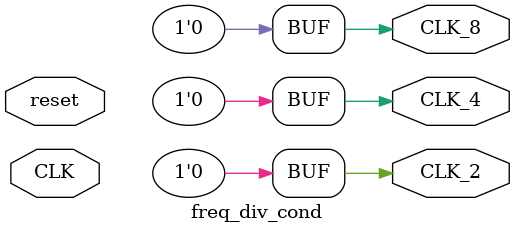
<source format=v>
module freq_div_cond( input       CLK,
                      input       reset,
                      output reg  CLK_2,
                      output reg  CLK_4,
                      output reg  CLK_8
  );

  // wire CLK_2_to_CLK_4, CLK_4_to_CLK_8;

  always @ (~reset) begin
    CLK_2 <= 1'b0;
    CLK_4 <= 1'b0;
    CLK_8 <= 1'b0;
  end

  always @ (posedge CLK) begin
    if (~reset) begin
      CLK_2 <= 1'b0;
      CLK_4 <= 1'b0;
      CLK_8 <= 1'b0;
    end else begin
      CLK_2 <= ~CLK_2;
    end
  end

  always @ (posedge CLK_2) begin
    CLK_4 <= ~CLK_4;
  end

  always @ (posedge CLK_4) begin
    CLK_8 <= ~CLK_8;
  end

endmodule

</source>
